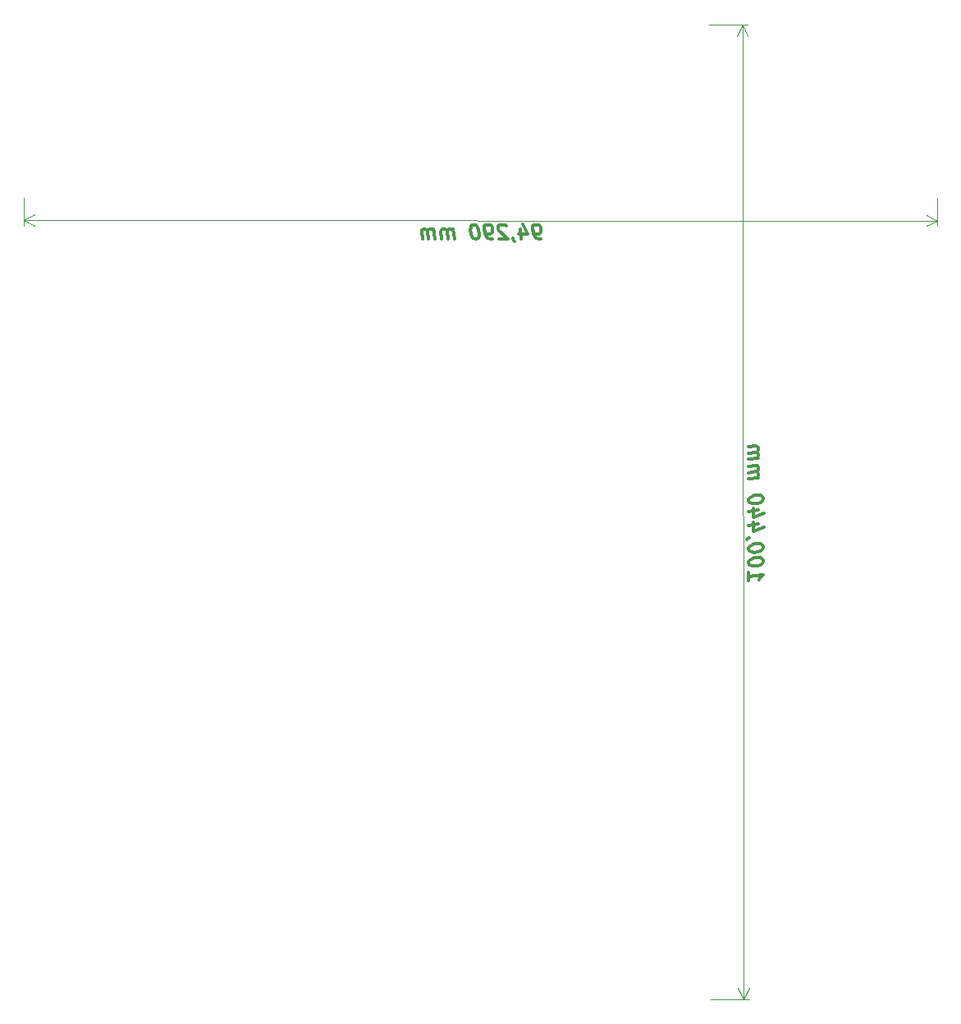
<source format=gbr>
G04 #@! TF.GenerationSoftware,KiCad,Pcbnew,(5.1.5)-3*
G04 #@! TF.CreationDate,2020-09-25T18:44:03-03:00*
G04 #@! TF.ProjectId,STM32G474,53544d33-3247-4343-9734-2e6b69636164,rev?*
G04 #@! TF.SameCoordinates,Original*
G04 #@! TF.FileFunction,Legend,Bot*
G04 #@! TF.FilePolarity,Positive*
%FSLAX46Y46*%
G04 Gerber Fmt 4.6, Leading zero omitted, Abs format (unit mm)*
G04 Created by KiCad (PCBNEW (5.1.5)-3) date 2020-09-25 18:44:03*
%MOMM*%
%LPD*%
G04 APERTURE LIST*
%ADD10C,0.375000*%
%ADD11C,0.120000*%
G04 APERTURE END LIST*
D10*
X70278054Y-71868571D02*
X69992340Y-71868571D01*
X69840554Y-71797142D01*
X69760197Y-71725714D01*
X69590554Y-71511428D01*
X69483411Y-71225714D01*
X69411983Y-70654285D01*
X69465554Y-70511428D01*
X69528054Y-70440000D01*
X69661983Y-70368571D01*
X69947697Y-70368571D01*
X70099483Y-70440000D01*
X70179840Y-70511428D01*
X70269126Y-70654285D01*
X70313769Y-71011428D01*
X70260197Y-71154285D01*
X70197697Y-71225714D01*
X70063769Y-71297142D01*
X69778054Y-71297142D01*
X69626269Y-71225714D01*
X69545911Y-71154285D01*
X69456626Y-71011428D01*
X68153054Y-70868571D02*
X68278054Y-71868571D01*
X68438769Y-70297142D02*
X68929840Y-71368571D01*
X68001269Y-71368571D01*
X67411983Y-71797142D02*
X67420911Y-71868571D01*
X67510197Y-72011428D01*
X67590554Y-72082857D01*
X66679840Y-70511428D02*
X66599483Y-70440000D01*
X66447697Y-70368571D01*
X66090554Y-70368571D01*
X65956626Y-70440000D01*
X65894126Y-70511428D01*
X65840554Y-70654285D01*
X65858411Y-70797142D01*
X65956626Y-71011428D01*
X66920911Y-71868571D01*
X65992340Y-71868571D01*
X65278054Y-71868571D02*
X64992340Y-71868571D01*
X64840554Y-71797142D01*
X64760197Y-71725714D01*
X64590554Y-71511428D01*
X64483411Y-71225714D01*
X64411983Y-70654285D01*
X64465554Y-70511428D01*
X64528054Y-70440000D01*
X64661983Y-70368571D01*
X64947697Y-70368571D01*
X65099483Y-70440000D01*
X65179840Y-70511428D01*
X65269126Y-70654285D01*
X65313769Y-71011428D01*
X65260197Y-71154285D01*
X65197697Y-71225714D01*
X65063769Y-71297142D01*
X64778054Y-71297142D01*
X64626269Y-71225714D01*
X64545911Y-71154285D01*
X64456626Y-71011428D01*
X63447697Y-70368571D02*
X63304840Y-70368571D01*
X63170911Y-70440000D01*
X63108411Y-70511428D01*
X63054840Y-70654285D01*
X63019126Y-70940000D01*
X63063769Y-71297142D01*
X63170911Y-71582857D01*
X63260197Y-71725714D01*
X63340554Y-71797142D01*
X63492340Y-71868571D01*
X63635197Y-71868571D01*
X63769126Y-71797142D01*
X63831626Y-71725714D01*
X63885197Y-71582857D01*
X63920911Y-71297142D01*
X63876269Y-70940000D01*
X63769126Y-70654285D01*
X63679840Y-70511428D01*
X63599483Y-70440000D01*
X63447697Y-70368571D01*
X61349483Y-71868571D02*
X61224483Y-70868571D01*
X61242340Y-71011428D02*
X61161983Y-70940000D01*
X61010197Y-70868571D01*
X60795911Y-70868571D01*
X60661983Y-70940000D01*
X60608411Y-71082857D01*
X60706626Y-71868571D01*
X60608411Y-71082857D02*
X60519126Y-70940000D01*
X60367340Y-70868571D01*
X60153054Y-70868571D01*
X60019126Y-70940000D01*
X59965554Y-71082857D01*
X60063769Y-71868571D01*
X59349483Y-71868571D02*
X59224483Y-70868571D01*
X59242340Y-71011428D02*
X59161983Y-70940000D01*
X59010197Y-70868571D01*
X58795911Y-70868571D01*
X58661983Y-70940000D01*
X58608411Y-71082857D01*
X58706626Y-71868571D01*
X58608411Y-71082857D02*
X58519126Y-70940000D01*
X58367340Y-70868571D01*
X58153054Y-70868571D01*
X58019126Y-70940000D01*
X57965554Y-71082857D01*
X58063769Y-71868571D01*
D11*
X111190000Y-69940000D02*
X16900000Y-69900000D01*
X111190988Y-67610073D02*
X111189751Y-70526420D01*
X16900988Y-67570073D02*
X16899751Y-70486420D01*
X16900000Y-69900000D02*
X18026752Y-69314057D01*
X16900000Y-69900000D02*
X18026255Y-70486899D01*
X111190000Y-69940000D02*
X110063745Y-69353101D01*
X111190000Y-69940000D02*
X110063248Y-70525943D01*
D10*
X91722351Y-106219201D02*
X91723847Y-107076343D01*
X91723099Y-106647772D02*
X93222769Y-106457654D01*
X93008780Y-106627671D01*
X92866204Y-106788634D01*
X92795040Y-106940544D01*
X93220401Y-105100513D02*
X93220151Y-104957656D01*
X93148489Y-104823853D01*
X93076951Y-104761477D01*
X92934001Y-104708155D01*
X92648225Y-104672940D01*
X92291160Y-104718206D01*
X92005634Y-104825847D01*
X91862933Y-104915382D01*
X91791644Y-104995864D01*
X91720481Y-105147774D01*
X91720730Y-105290631D01*
X91792392Y-105424435D01*
X91863930Y-105486810D01*
X92006880Y-105540132D01*
X92292656Y-105575348D01*
X92649721Y-105530081D01*
X92935248Y-105422440D01*
X93077949Y-105332905D01*
X93149237Y-105252424D01*
X93220401Y-105100513D01*
X93217907Y-103671944D02*
X93217658Y-103529087D01*
X93145996Y-103395283D01*
X93074458Y-103332908D01*
X92931508Y-103279586D01*
X92645732Y-103244371D01*
X92288667Y-103289637D01*
X92003140Y-103397278D01*
X91860439Y-103486813D01*
X91789151Y-103567295D01*
X91717987Y-103719205D01*
X91718237Y-103862062D01*
X91789899Y-103995866D01*
X91861437Y-104058241D01*
X92004387Y-104111563D01*
X92290163Y-104146778D01*
X92647228Y-104101512D01*
X92932754Y-103993871D01*
X93075455Y-103904336D01*
X93146744Y-103823854D01*
X93217907Y-103671944D01*
X91787530Y-102638725D02*
X91716117Y-102647778D01*
X91573416Y-102737313D01*
X91502128Y-102817795D01*
X92713654Y-101235320D02*
X91713873Y-101362066D01*
X93285580Y-101520037D02*
X92215010Y-102012978D01*
X92213390Y-101084408D01*
X92711160Y-99806751D02*
X91711380Y-99933496D01*
X93283087Y-100091468D02*
X92212517Y-100584408D01*
X92210896Y-99655838D01*
X93209181Y-98671952D02*
X93208931Y-98529095D01*
X93137269Y-98395291D01*
X93065732Y-98332916D01*
X92922781Y-98279594D01*
X92637005Y-98244378D01*
X92279941Y-98289644D01*
X91994414Y-98397286D01*
X91851713Y-98486821D01*
X91780424Y-98567302D01*
X91709261Y-98719213D01*
X91709510Y-98862069D01*
X91781172Y-98995873D01*
X91852710Y-99058248D01*
X91995660Y-99111570D01*
X92281437Y-99146786D01*
X92638501Y-99101520D01*
X92924028Y-98993878D01*
X93066729Y-98904344D01*
X93138017Y-98823862D01*
X93209181Y-98671952D01*
X91705521Y-96576359D02*
X92705301Y-96449613D01*
X92562475Y-96467720D02*
X92633764Y-96387238D01*
X92704927Y-96235328D01*
X92704553Y-96021043D01*
X92632891Y-95887239D01*
X92489940Y-95833917D01*
X91704399Y-95933502D01*
X92489940Y-95833917D02*
X92632642Y-95744382D01*
X92703805Y-95592472D01*
X92703431Y-95378187D01*
X92631769Y-95244383D01*
X92488819Y-95191061D01*
X91703277Y-95290646D01*
X91702030Y-94576362D02*
X92701810Y-94449617D01*
X92558985Y-94467723D02*
X92630273Y-94387241D01*
X92701436Y-94235331D01*
X92701062Y-94021046D01*
X92629400Y-93887242D01*
X92486450Y-93833920D01*
X91700908Y-93933506D01*
X92486450Y-93833920D02*
X92629151Y-93744385D01*
X92700314Y-93592475D01*
X92699940Y-93378190D01*
X92628278Y-93244386D01*
X92485328Y-93191064D01*
X91699786Y-93290649D01*
D11*
X91180043Y-150205950D02*
X91060043Y-49765950D01*
X87790000Y-150210000D02*
X91766463Y-150205249D01*
X87670000Y-49770000D02*
X91646463Y-49765249D01*
X91060043Y-49765950D02*
X91647809Y-50891752D01*
X91060043Y-49765950D02*
X90474969Y-50893154D01*
X91180043Y-150205950D02*
X91765117Y-149078746D01*
X91180043Y-150205950D02*
X90592277Y-149080148D01*
M02*

</source>
